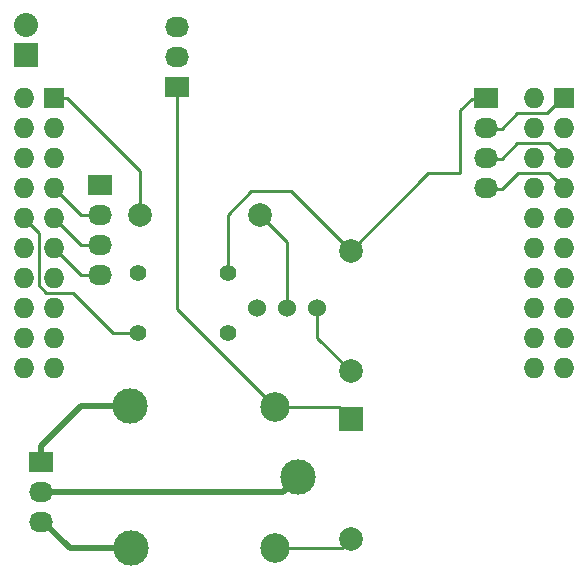
<source format=gbr>
G04 #@! TF.FileFunction,Copper,L1,Top,Signal*
%FSLAX46Y46*%
G04 Gerber Fmt 4.6, Leading zero omitted, Abs format (unit mm)*
G04 Created by KiCad (PCBNEW 4.0.2-stable) date 2016 May 07, Saturday 23:02:04*
%MOMM*%
G01*
G04 APERTURE LIST*
%ADD10C,1.000000*%
%ADD11C,2.500000*%
%ADD12C,3.000000*%
%ADD13C,1.998980*%
%ADD14R,1.998980X1.998980*%
%ADD15R,2.032000X1.727200*%
%ADD16O,2.032000X1.727200*%
%ADD17R,1.727200X1.727200*%
%ADD18O,1.727200X1.727200*%
%ADD19C,1.397000*%
%ADD20R,2.032000X2.032000*%
%ADD21O,2.032000X2.032000*%
%ADD22C,1.524000*%
%ADD23C,0.250000*%
%ADD24C,0.500000*%
G04 APERTURE END LIST*
D10*
D11*
X73300000Y-96550000D03*
D12*
X61100000Y-96550000D03*
X61050000Y-84500000D03*
D11*
X73300000Y-84550000D03*
D12*
X75250000Y-90500000D03*
D13*
X79750000Y-95750000D03*
D14*
X79750000Y-85590000D03*
D15*
X91200000Y-58420000D03*
D16*
X91200000Y-60960000D03*
X91200000Y-63500000D03*
X91200000Y-66040000D03*
D15*
X53500000Y-89210000D03*
D16*
X53500000Y-91750000D03*
X53500000Y-94290000D03*
D15*
X58500000Y-65750000D03*
D16*
X58500000Y-68290000D03*
X58500000Y-70830000D03*
X58500000Y-73370000D03*
D17*
X97790000Y-58420000D03*
D18*
X95250000Y-58420000D03*
X97790000Y-60960000D03*
X95250000Y-60960000D03*
X97790000Y-63500000D03*
X95250000Y-63500000D03*
X97790000Y-66040000D03*
X95250000Y-66040000D03*
X97790000Y-68580000D03*
X95250000Y-68580000D03*
X97790000Y-71120000D03*
X95250000Y-71120000D03*
X97790000Y-73660000D03*
X95250000Y-73660000D03*
X97790000Y-76200000D03*
X95250000Y-76200000D03*
X97790000Y-78740000D03*
X95250000Y-78740000D03*
X97790000Y-81280000D03*
X95250000Y-81280000D03*
D17*
X54610000Y-58420000D03*
D18*
X52070000Y-58420000D03*
X54610000Y-60960000D03*
X52070000Y-60960000D03*
X54610000Y-63500000D03*
X52070000Y-63500000D03*
X54610000Y-66040000D03*
X52070000Y-66040000D03*
X54610000Y-68580000D03*
X52070000Y-68580000D03*
X54610000Y-71120000D03*
X52070000Y-71120000D03*
X54610000Y-73660000D03*
X52070000Y-73660000D03*
X54610000Y-76200000D03*
X52070000Y-76200000D03*
X54610000Y-78740000D03*
X52070000Y-78740000D03*
X54610000Y-81280000D03*
X52070000Y-81280000D03*
D15*
X65000000Y-57500000D03*
D16*
X65000000Y-54960000D03*
X65000000Y-52420000D03*
D13*
X72060000Y-68300000D03*
X61900000Y-68300000D03*
X79700000Y-81500000D03*
X79700000Y-71340000D03*
D19*
X69310000Y-78290000D03*
X69310000Y-73210000D03*
X61690000Y-78290000D03*
X61690000Y-73210000D03*
D20*
X52250000Y-54790000D03*
D21*
X52250000Y-52250000D03*
D22*
X74350000Y-76200000D03*
X71810000Y-76200000D03*
X76890000Y-76200000D03*
D23*
X91250000Y-61000000D02*
X92516000Y-61000000D01*
X96300000Y-59700000D02*
X97580000Y-58420000D01*
X92516000Y-61000000D02*
X93816000Y-59700000D01*
X93816000Y-59700000D02*
X96300000Y-59700000D01*
X97580000Y-58420000D02*
X97790000Y-58420000D01*
X89000000Y-64800000D02*
X86240000Y-64800000D01*
X86240000Y-64800000D02*
X79700000Y-71340000D01*
X89000000Y-59444000D02*
X89000000Y-64800000D01*
X91250000Y-58460000D02*
X89984000Y-58460000D01*
X89984000Y-58460000D02*
X89000000Y-59444000D01*
X71300000Y-66300000D02*
X74660000Y-66300000D01*
X74660000Y-66300000D02*
X79700000Y-71340000D01*
X69300000Y-68300000D02*
X71300000Y-66300000D01*
X69300000Y-72212172D02*
X69300000Y-68300000D01*
X69310000Y-73210000D02*
X69310000Y-72222172D01*
X69310000Y-72222172D02*
X69300000Y-72212172D01*
X73300000Y-96550000D02*
X78950000Y-96550000D01*
X78950000Y-96550000D02*
X79750000Y-95750000D01*
X65000000Y-57500000D02*
X65000000Y-76250000D01*
X65000000Y-76250000D02*
X73300000Y-84550000D01*
X73300000Y-84550000D02*
X78710000Y-84550000D01*
X78710000Y-84550000D02*
X79750000Y-85590000D01*
X93806000Y-62250000D02*
X96540000Y-62250000D01*
X96540000Y-62250000D02*
X97790000Y-63500000D01*
X91250000Y-63540000D02*
X92516000Y-63540000D01*
X92516000Y-63540000D02*
X93806000Y-62250000D01*
X93846000Y-64750000D02*
X96500000Y-64750000D01*
X96500000Y-64750000D02*
X97790000Y-66040000D01*
X91250000Y-66080000D02*
X92516000Y-66080000D01*
X92516000Y-66080000D02*
X93846000Y-64750000D01*
D24*
X61050000Y-84500000D02*
X56846400Y-84500000D01*
X56846400Y-84500000D02*
X53500000Y-87846400D01*
X53500000Y-87846400D02*
X53500000Y-89210000D01*
X53500000Y-91750000D02*
X74000000Y-91750000D01*
X74000000Y-91750000D02*
X75250000Y-90500000D01*
X53500000Y-94290000D02*
X53652400Y-94290000D01*
X53652400Y-94290000D02*
X55912400Y-96550000D01*
X55912400Y-96550000D02*
X61100000Y-96550000D01*
D23*
X58500000Y-68290000D02*
X56860000Y-68290000D01*
X56860000Y-68290000D02*
X54610000Y-66040000D01*
X58500000Y-70830000D02*
X56860000Y-70830000D01*
X56860000Y-70830000D02*
X54610000Y-68580000D01*
X58500000Y-73370000D02*
X56860000Y-73370000D01*
X56860000Y-73370000D02*
X54610000Y-71120000D01*
X54610000Y-58420000D02*
X55723600Y-58420000D01*
X55723600Y-58420000D02*
X61900000Y-64596400D01*
X61900000Y-64596400D02*
X61900000Y-66886508D01*
X61900000Y-66886508D02*
X61900000Y-68300000D01*
X53300000Y-74271928D02*
X53300000Y-69810000D01*
X53300000Y-69810000D02*
X52070000Y-68580000D01*
X56200000Y-74900000D02*
X53928072Y-74900000D01*
X53928072Y-74900000D02*
X53300000Y-74271928D01*
X59590000Y-78290000D02*
X56200000Y-74900000D01*
X61690000Y-78290000D02*
X59590000Y-78290000D01*
X74350000Y-76200000D02*
X74350000Y-70590000D01*
X74350000Y-70590000D02*
X74000000Y-70240000D01*
X72060000Y-68300000D02*
X74000000Y-70240000D01*
X76890000Y-76200000D02*
X76890000Y-78690000D01*
X76890000Y-78690000D02*
X79700000Y-81500000D01*
M02*

</source>
